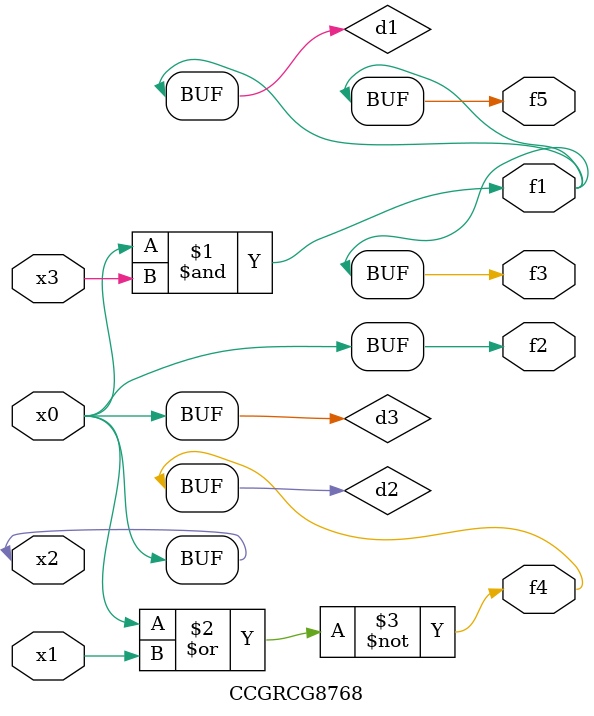
<source format=v>
module CCGRCG8768(
	input x0, x1, x2, x3,
	output f1, f2, f3, f4, f5
);

	wire d1, d2, d3;

	and (d1, x2, x3);
	nor (d2, x0, x1);
	buf (d3, x0, x2);
	assign f1 = d1;
	assign f2 = d3;
	assign f3 = d1;
	assign f4 = d2;
	assign f5 = d1;
endmodule

</source>
